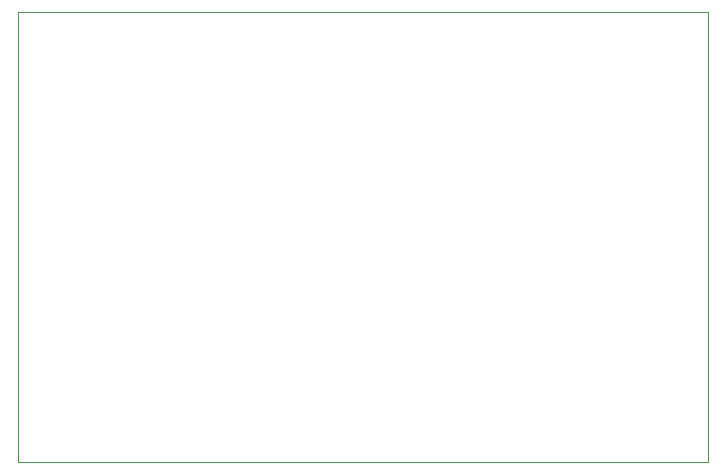
<source format=gbr>
%TF.GenerationSoftware,KiCad,Pcbnew,(5.1.9)-1*%
%TF.CreationDate,2021-07-20T08:15:42+01:00*%
%TF.ProjectId,romboard,726f6d62-6f61-4726-942e-6b696361645f,rev?*%
%TF.SameCoordinates,Original*%
%TF.FileFunction,Profile,NP*%
%FSLAX46Y46*%
G04 Gerber Fmt 4.6, Leading zero omitted, Abs format (unit mm)*
G04 Created by KiCad (PCBNEW (5.1.9)-1) date 2021-07-20 08:15:42*
%MOMM*%
%LPD*%
G01*
G04 APERTURE LIST*
%TA.AperFunction,Profile*%
%ADD10C,0.100000*%
%TD*%
G04 APERTURE END LIST*
D10*
X141549120Y-60962540D02*
X141549120Y-99062540D01*
X83129120Y-60962540D02*
X141549120Y-60962540D01*
X83129120Y-99062540D02*
X83129120Y-60962540D01*
X141549120Y-99062540D02*
X83129120Y-99062540D01*
M02*

</source>
